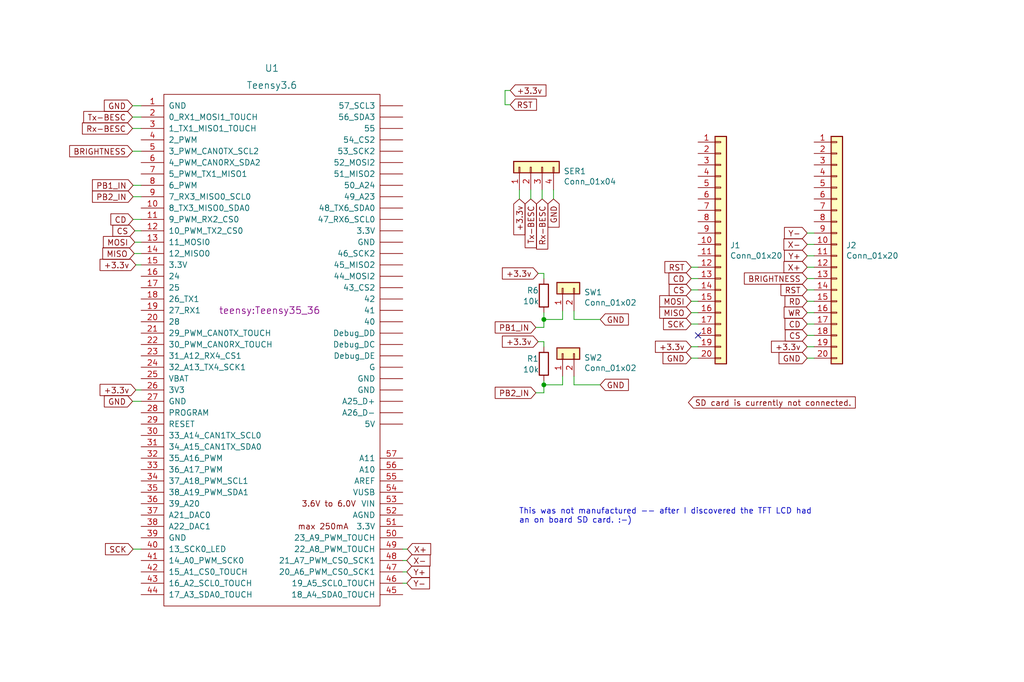
<source format=kicad_sch>
(kicad_sch (version 20211123) (generator eeschema)
  (paper "User" 228.6 152.4)
  (lib_symbols
    (symbol "Connector_Generic:Conn_01x02" (pin_names (offset 1.016) hide)
      (property "Reference" "J" (at 0 2.54 0))
      (property "Value" "Conn_01x02" (at 0 -5.08 0))
      (symbol "Conn_01x02_1_1"
        (rectangle (start -1.27 -2.413) (end 0 -2.667) (stroke (width 0.1524)))
        (rectangle (start -1.27 0.127) (end 0 -0.127) (stroke (width 0.1524)))
        (rectangle (start -1.27 1.27) (end 1.27 -3.81) (stroke (width 0.254)) (fill (type background)))
        (pin passive line (at -5.08 0 0) (length 3.81) (name "Pin_1") (number "1"))
        (pin passive line (at -5.08 -2.54 0) (length 3.81) (name "Pin_2") (number "2"))
      )
    )
    (symbol "Connector_Generic:Conn_01x04" (pin_names (offset 1.016) hide)
      (property "Reference" "J" (at 0 5.08 0))
      (property "Value" "Conn_01x04" (at 0 -7.62 0))
      (symbol "Conn_01x04_1_1"
        (rectangle (start -1.27 -4.953) (end 0 -5.207) (stroke (width 0.1524)))
        (rectangle (start -1.27 -2.413) (end 0 -2.667) (stroke (width 0.1524)))
        (rectangle (start -1.27 0.127) (end 0 -0.127) (stroke (width 0.1524)))
        (rectangle (start -1.27 2.667) (end 0 2.413) (stroke (width 0.1524)))
        (rectangle (start -1.27 3.81) (end 1.27 -6.35) (stroke (width 0.254)) (fill (type background)))
        (pin passive line (at -5.08 2.54 0) (length 3.81) (name "Pin_1") (number "1"))
        (pin passive line (at -5.08 0 0) (length 3.81) (name "Pin_2") (number "2"))
        (pin passive line (at -5.08 -2.54 0) (length 3.81) (name "Pin_3") (number "3"))
        (pin passive line (at -5.08 -5.08 0) (length 3.81) (name "Pin_4") (number "4"))
      )
    )
    (symbol "Connector_Generic:Conn_01x20" (pin_names (offset 1.016) hide)
      (property "Reference" "J" (at 0 25.4 0))
      (property "Value" "Conn_01x20" (at 0 -27.94 0))
      (symbol "Conn_01x20_1_1"
        (rectangle (start -1.27 -25.273) (end 0 -25.527) (stroke (width 0.1524)))
        (rectangle (start -1.27 -22.733) (end 0 -22.987) (stroke (width 0.1524)))
        (rectangle (start -1.27 -20.193) (end 0 -20.447) (stroke (width 0.1524)))
        (rectangle (start -1.27 -17.653) (end 0 -17.907) (stroke (width 0.1524)))
        (rectangle (start -1.27 -15.113) (end 0 -15.367) (stroke (width 0.1524)))
        (rectangle (start -1.27 -12.573) (end 0 -12.827) (stroke (width 0.1524)))
        (rectangle (start -1.27 -10.033) (end 0 -10.287) (stroke (width 0.1524)))
        (rectangle (start -1.27 -7.493) (end 0 -7.747) (stroke (width 0.1524)))
        (rectangle (start -1.27 -4.953) (end 0 -5.207) (stroke (width 0.1524)))
        (rectangle (start -1.27 -2.413) (end 0 -2.667) (stroke (width 0.1524)))
        (rectangle (start -1.27 0.127) (end 0 -0.127) (stroke (width 0.1524)))
        (rectangle (start -1.27 2.667) (end 0 2.413) (stroke (width 0.1524)))
        (rectangle (start -1.27 5.207) (end 0 4.953) (stroke (width 0.1524)))
        (rectangle (start -1.27 7.747) (end 0 7.493) (stroke (width 0.1524)))
        (rectangle (start -1.27 10.287) (end 0 10.033) (stroke (width 0.1524)))
        (rectangle (start -1.27 12.827) (end 0 12.573) (stroke (width 0.1524)))
        (rectangle (start -1.27 15.367) (end 0 15.113) (stroke (width 0.1524)))
        (rectangle (start -1.27 17.907) (end 0 17.653) (stroke (width 0.1524)))
        (rectangle (start -1.27 20.447) (end 0 20.193) (stroke (width 0.1524)))
        (rectangle (start -1.27 22.987) (end 0 22.733) (stroke (width 0.1524)))
        (rectangle (start -1.27 24.13) (end 1.27 -26.67) (stroke (width 0.254)) (fill (type background)))
        (pin passive line (at -5.08 22.86 0) (length 3.81) (name "Pin_1") (number "1"))
        (pin passive line (at -5.08 0 0) (length 3.81) (name "Pin_10") (number "10"))
        (pin passive line (at -5.08 -2.54 0) (length 3.81) (name "Pin_11") (number "11"))
        (pin passive line (at -5.08 -5.08 0) (length 3.81) (name "Pin_12") (number "12"))
        (pin passive line (at -5.08 -7.62 0) (length 3.81) (name "Pin_13") (number "13"))
        (pin passive line (at -5.08 -10.16 0) (length 3.81) (name "Pin_14") (number "14"))
        (pin passive line (at -5.08 -12.7 0) (length 3.81) (name "Pin_15") (number "15"))
        (pin passive line (at -5.08 -15.24 0) (length 3.81) (name "Pin_16") (number "16"))
        (pin passive line (at -5.08 -17.78 0) (length 3.81) (name "Pin_17") (number "17"))
        (pin passive line (at -5.08 -20.32 0) (length 3.81) (name "Pin_18") (number "18"))
        (pin passive line (at -5.08 -22.86 0) (length 3.81) (name "Pin_19") (number "19"))
        (pin passive line (at -5.08 20.32 0) (length 3.81) (name "Pin_2") (number "2"))
        (pin passive line (at -5.08 -25.4 0) (length 3.81) (name "Pin_20") (number "20"))
        (pin passive line (at -5.08 17.78 0) (length 3.81) (name "Pin_3") (number "3"))
        (pin passive line (at -5.08 15.24 0) (length 3.81) (name "Pin_4") (number "4"))
        (pin passive line (at -5.08 12.7 0) (length 3.81) (name "Pin_5") (number "5"))
        (pin passive line (at -5.08 10.16 0) (length 3.81) (name "Pin_6") (number "6"))
        (pin passive line (at -5.08 7.62 0) (length 3.81) (name "Pin_7") (number "7"))
        (pin passive line (at -5.08 5.08 0) (length 3.81) (name "Pin_8") (number "8"))
        (pin passive line (at -5.08 2.54 0) (length 3.81) (name "Pin_9") (number "9"))
      )
    )
    (symbol "Device:R" (pin_numbers hide) (pin_names (offset 0))
      (property "Reference" "R" (at 2.032 0 90))
      (property "Value" "R" (at 0 0 90))
      (symbol "R_0_1"
        (rectangle (start -1.016 -2.54) (end 1.016 2.54) (stroke (width 0.254)))
      )
      (symbol "R_1_1"
        (pin passive line (at 0 3.81 270) (length 1.27) (name "~") (number "1"))
        (pin passive line (at 0 -3.81 90) (length 1.27) (name "~") (number "2"))
      )
    )
    (symbol "teensy:Teensy3.6" (pin_names (offset 1.016))
      (property "Reference" "U" (at 0 59.69 0))
      (property "Value" "Teensy3.6" (at 0 -59.69 0))
      (symbol "Teensy3.6_0_0"
        (rectangle (start -24.13 57.15) (end 24.13 -57.15))
        (text "3.6V to 6.0V" (at 12.7 -34.29 0) (effects (font (size 1.27 1.27))))
        (text "max 250mA" (at 11.43 -39.37 0) (effects (font (size 1.27 1.27))))
      )
      (symbol "Teensy3.6_1_1"
        (pin power_in line (at -29.21 54.61 0) (length 5.08) (name "GND") (number "1"))
        (pin bidirectional line (at -29.21 31.75 0) (length 5.08) (name "8_TX3_MISO0_SDA0") (number "10"))
        (pin bidirectional line (at -29.21 29.21 0) (length 5.08) (name "9_PWM_RX2_CS0") (number "11"))
        (pin bidirectional line (at -29.21 26.67 0) (length 5.08) (name "10_PWM_TX2_CS0") (number "12"))
        (pin bidirectional line (at -29.21 24.13 0) (length 5.08) (name "11_MOSI0") (number "13"))
        (pin bidirectional line (at -29.21 21.59 0) (length 5.08) (name "12_MISO0") (number "14"))
        (pin power_in line (at -29.21 19.05 0) (length 5.08) (name "3.3V") (number "15"))
        (pin bidirectional line (at -29.21 16.51 0) (length 5.08) (name "24") (number "16"))
        (pin bidirectional line (at -29.21 13.97 0) (length 5.08) (name "25") (number "17"))
        (pin bidirectional line (at -29.21 11.43 0) (length 5.08) (name "26_TX1") (number "18"))
        (pin bidirectional line (at -29.21 8.89 0) (length 5.08) (name "27_RX1") (number "19"))
        (pin bidirectional line (at -29.21 52.07 0) (length 5.08) (name "0_RX1_MOSI1_TOUCH") (number "2"))
        (pin bidirectional line (at -29.21 6.35 0) (length 5.08) (name "28") (number "20"))
        (pin bidirectional line (at -29.21 3.81 0) (length 5.08) (name "29_PWM_CAN0TX_TOUCH") (number "21"))
        (pin bidirectional line (at -29.21 1.27 0) (length 5.08) (name "30_PWM_CAN0RX_TOUCH") (number "22"))
        (pin bidirectional line (at -29.21 -1.27 0) (length 5.08) (name "31_A12_RX4_CS1") (number "23"))
        (pin bidirectional line (at -29.21 -3.81 0) (length 5.08) (name "32_A13_TX4_SCK1") (number "24"))
        (pin power_in line (at -29.21 -6.35 0) (length 5.08) (name "VBAT") (number "25"))
        (pin power_in line (at -29.21 -8.89 0) (length 5.08) (name "3V3") (number "26"))
        (pin power_in line (at -29.21 -11.43 0) (length 5.08) (name "GND") (number "27"))
        (pin input line (at -29.21 -13.97 0) (length 5.08) (name "PROGRAM") (number "28"))
        (pin input line (at -29.21 -16.51 0) (length 5.08) (name "RESET") (number "29"))
        (pin bidirectional line (at -29.21 49.53 0) (length 5.08) (name "1_TX1_MISO1_TOUCH") (number "3"))
        (pin bidirectional line (at -29.21 -19.05 0) (length 5.08) (name "33_A14_CAN1TX_SCL0") (number "30"))
        (pin bidirectional line (at -29.21 -21.59 0) (length 5.08) (name "34_A15_CAN1TX_SDA0") (number "31"))
        (pin bidirectional line (at -29.21 -24.13 0) (length 5.08) (name "35_A16_PWM") (number "32"))
        (pin bidirectional line (at -29.21 -26.67 0) (length 5.08) (name "36_A17_PWM") (number "33"))
        (pin bidirectional line (at -29.21 -29.21 0) (length 5.08) (name "37_A18_PWM_SCL1") (number "34"))
        (pin bidirectional line (at -29.21 -31.75 0) (length 5.08) (name "38_A19_PWM_SDA1") (number "35"))
        (pin bidirectional line (at -29.21 -34.29 0) (length 5.08) (name "39_A20") (number "36"))
        (pin bidirectional line (at -29.21 -36.83 0) (length 5.08) (name "A21_DAC0") (number "37"))
        (pin bidirectional line (at -29.21 -39.37 0) (length 5.08) (name "A22_DAC1") (number "38"))
        (pin power_in line (at -29.21 -41.91 0) (length 5.08) (name "GND") (number "39"))
        (pin bidirectional line (at -29.21 46.99 0) (length 5.08) (name "2_PWM") (number "4"))
        (pin bidirectional line (at -29.21 -44.45 0) (length 5.08) (name "13_SCK0_LED") (number "40"))
        (pin bidirectional line (at -29.21 -46.99 0) (length 5.08) (name "14_A0_PWM_SCK0") (number "41"))
        (pin bidirectional line (at -29.21 -49.53 0) (length 5.08) (name "15_A1_CS0_TOUCH") (number "42"))
        (pin bidirectional line (at -29.21 -52.07 0) (length 5.08) (name "16_A2_SCL0_TOUCH") (number "43"))
        (pin bidirectional line (at -29.21 -54.61 0) (length 5.08) (name "17_A3_SDA0_TOUCH") (number "44"))
        (pin bidirectional line (at 29.21 -54.61 180) (length 5.08) (name "18_A4_SDA0_TOUCH") (number "45"))
        (pin bidirectional line (at 29.21 -52.07 180) (length 5.08) (name "19_A5_SCL0_TOUCH") (number "46"))
        (pin bidirectional line (at 29.21 -49.53 180) (length 5.08) (name "20_A6_PWM_CS0_SCK1") (number "47"))
        (pin bidirectional line (at 29.21 -46.99 180) (length 5.08) (name "21_A7_PWM_CS0_SCK1") (number "48"))
        (pin bidirectional line (at 29.21 -44.45 180) (length 5.08) (name "22_A8_PWM_TOUCH") (number "49"))
        (pin bidirectional line (at -29.21 44.45 0) (length 5.08) (name "3_PWM_CAN0TX_SCL2") (number "5"))
        (pin bidirectional line (at 29.21 -41.91 180) (length 5.08) (name "23_A9_PWM_TOUCH") (number "50"))
        (pin power_out line (at 29.21 -39.37 180) (length 5.08) (name "3.3V") (number "51"))
        (pin power_out line (at 29.21 -36.83 180) (length 5.08) (name "AGND") (number "52"))
        (pin power_in line (at 29.21 -34.29 180) (length 5.08) (name "VIN") (number "53"))
        (pin power_in line (at 29.21 -31.75 180) (length 5.08) (name "VUSB") (number "54"))
        (pin input line (at 29.21 -29.21 180) (length 5.08) (name "AREF") (number "55"))
        (pin bidirectional line (at 29.21 -26.67 180) (length 5.08) (name "A10") (number "56"))
        (pin bidirectional line (at 29.21 -24.13 180) (length 5.08) (name "A11") (number "57"))
        (pin bidirectional line (at -29.21 41.91 0) (length 5.08) (name "4_PWM_CAN0RX_SDA2") (number "6"))
        (pin bidirectional line (at -29.21 39.37 0) (length 5.08) (name "5_PWM_TX1_MISO1") (number "7"))
        (pin bidirectional line (at -29.21 36.83 0) (length 5.08) (name "6_PWM") (number "8"))
        (pin bidirectional line (at -29.21 34.29 0) (length 5.08) (name "7_RX3_MISO0_SCL0") (number "9"))
        (pin power_in line (at 29.21 26.67 180) (length 5.08) (name "3.3V") (number "~"))
        (pin bidirectional line (at 29.21 6.35 180) (length 5.08) (name "40") (number "~"))
        (pin bidirectional line (at 29.21 8.89 180) (length 5.08) (name "41") (number "~"))
        (pin bidirectional line (at 29.21 11.43 180) (length 5.08) (name "42") (number "~"))
        (pin bidirectional line (at 29.21 13.97 180) (length 5.08) (name "43_CS2") (number "~"))
        (pin bidirectional line (at 29.21 16.51 180) (length 5.08) (name "44_MOSI2") (number "~"))
        (pin bidirectional line (at 29.21 19.05 180) (length 5.08) (name "45_MISO2") (number "~"))
        (pin bidirectional line (at 29.21 21.59 180) (length 5.08) (name "46_SCK2") (number "~"))
        (pin bidirectional line (at 29.21 29.21 180) (length 5.08) (name "47_RX6_SCL0") (number "~"))
        (pin bidirectional line (at 29.21 31.75 180) (length 5.08) (name "48_TX6_SDA0") (number "~"))
        (pin bidirectional line (at 29.21 34.29 180) (length 5.08) (name "49_A23") (number "~"))
        (pin bidirectional line (at 29.21 36.83 180) (length 5.08) (name "50_A24") (number "~"))
        (pin bidirectional line (at 29.21 39.37 180) (length 5.08) (name "51_MISO2") (number "~"))
        (pin bidirectional line (at 29.21 41.91 180) (length 5.08) (name "52_MOSI2") (number "~"))
        (pin bidirectional line (at 29.21 44.45 180) (length 5.08) (name "53_SCK2") (number "~"))
        (pin bidirectional line (at 29.21 46.99 180) (length 5.08) (name "54_CS2") (number "~"))
        (pin bidirectional line (at 29.21 49.53 180) (length 5.08) (name "55") (number "~"))
        (pin bidirectional line (at 29.21 52.07 180) (length 5.08) (name "56_SDA3") (number "~"))
        (pin bidirectional line (at 29.21 54.61 180) (length 5.08) (name "57_SCL3") (number "~"))
        (pin power_in line (at 29.21 -16.51 180) (length 5.08) (name "5V") (number "~"))
        (pin bidirectional line (at 29.21 -11.43 180) (length 5.08) (name "A25_D+") (number "~"))
        (pin bidirectional line (at 29.21 -13.97 180) (length 5.08) (name "A26_D-") (number "~"))
        (pin input line (at 29.21 1.27 180) (length 5.08) (name "Debug_DC") (number "~"))
        (pin input line (at 29.21 3.81 180) (length 5.08) (name "Debug_DD") (number "~"))
        (pin input line (at 29.21 -1.27 180) (length 5.08) (name "Debug_DE") (number "~"))
        (pin power_in line (at 29.21 -3.81 180) (length 5.08) (name "G") (number "~"))
        (pin power_in line (at 29.21 -8.89 180) (length 5.08) (name "GND") (number "~"))
        (pin power_in line (at 29.21 -6.35 180) (length 5.08) (name "GND") (number "~"))
        (pin power_in line (at 29.21 24.13 180) (length 5.08) (name "GND") (number "~"))
      )
    )
  )
  (junction (at 121.412 85.979))
  (junction (at 121.412 71.374))
  (no_connect (at 155.829 74.93))
  (wire (pts (xy 89.916 130.302) (xy 90.805 130.302)))
  (wire (pts (xy 121.412 85.979) (xy 125.603 85.979)))
  (wire (pts (xy 154.305 72.39) (xy 155.829 72.39)))
  (wire (pts (xy 180.213 57.15) (xy 181.737 57.15)))
  (wire (pts (xy 121.412 76.327) (xy 120.142 76.327)))
  (wire (pts (xy 112.7506 23.3934) (xy 112.7506 20.2184)))
  (wire (pts (xy 180.213 67.31) (xy 181.737 67.31)))
  (wire (pts (xy 29.718 49.022) (xy 31.496 49.022)))
  (wire (pts (xy 180.213 72.39) (xy 181.737 72.39)))
  (wire (pts (xy 30.3276 87.122) (xy 31.496 87.122)))
  (wire (pts (xy 154.305 64.77) (xy 155.829 64.77)))
  (wire (pts (xy 154.305 59.69) (xy 155.829 59.69)))
  (wire (pts (xy 30.099 51.562) (xy 31.496 51.562)))
  (wire (pts (xy 123.571 44.45) (xy 123.571 42.418)))
  (wire (pts (xy 121.412 85.979) (xy 121.412 85.09)))
  (wire (pts (xy 112.7506 20.2184) (xy 113.8936 20.2184)))
  (wire (pts (xy 180.213 64.77) (xy 181.737 64.77)))
  (wire (pts (xy 121.031 44.45) (xy 121.031 42.418)))
  (wire (pts (xy 90.805 125.222) (xy 89.916 125.222)))
  (wire (pts (xy 128.143 71.374) (xy 133.985 71.374)))
  (wire (pts (xy 181.737 62.23) (xy 180.213 62.23)))
  (wire (pts (xy 31.496 28.702) (xy 29.591 28.702)))
  (wire (pts (xy 154.305 80.01) (xy 155.829 80.01)))
  (wire (pts (xy 180.213 74.93) (xy 181.737 74.93)))
  (wire (pts (xy 154.305 77.47) (xy 155.829 77.47)))
  (wire (pts (xy 119.634 73.152) (xy 121.412 73.152)))
  (wire (pts (xy 125.603 71.374) (xy 125.603 69.469)))
  (wire (pts (xy 180.213 59.69) (xy 181.737 59.69)))
  (wire (pts (xy 29.718 41.402) (xy 31.496 41.402)))
  (wire (pts (xy 121.412 62.23) (xy 121.412 61.087)))
  (wire (pts (xy 121.412 71.374) (xy 125.603 71.374)))
  (wire (pts (xy 31.496 89.662) (xy 29.591 89.662)))
  (wire (pts (xy 118.491 44.45) (xy 118.491 42.418)))
  (wire (pts (xy 119.634 87.757) (xy 121.412 87.757)))
  (wire (pts (xy 89.916 122.682) (xy 90.932 122.682)))
  (wire (pts (xy 154.305 69.85) (xy 155.829 69.85)))
  (wire (pts (xy 121.412 71.374) (xy 121.412 69.85)))
  (wire (pts (xy 113.8936 23.3934) (xy 112.7506 23.3934)))
  (wire (pts (xy 180.213 77.47) (xy 181.737 77.47)))
  (wire (pts (xy 128.143 85.979) (xy 133.985 85.979)))
  (wire (pts (xy 180.213 80.01) (xy 181.737 80.01)))
  (wire (pts (xy 90.805 127.762) (xy 89.916 127.762)))
  (wire (pts (xy 121.412 61.087) (xy 120.142 61.087)))
  (wire (pts (xy 121.412 87.757) (xy 121.412 85.979)))
  (wire (pts (xy 29.972 56.642) (xy 31.496 56.642)))
  (wire (pts (xy 31.496 33.782) (xy 29.591 33.782)))
  (wire (pts (xy 154.305 67.31) (xy 155.829 67.31)))
  (wire (pts (xy 31.496 23.622) (xy 29.591 23.622)))
  (wire (pts (xy 115.951 44.45) (xy 115.951 42.418)))
  (wire (pts (xy 180.213 69.85) (xy 181.737 69.85)))
  (wire (pts (xy 121.412 77.47) (xy 121.412 76.327)))
  (wire (pts (xy 29.718 43.942) (xy 31.496 43.942)))
  (wire (pts (xy 125.603 85.979) (xy 125.603 84.074)))
  (wire (pts (xy 180.213 52.07) (xy 181.737 52.07)))
  (wire (pts (xy 31.496 122.682) (xy 29.718 122.682)))
  (wire (pts (xy 121.412 73.152) (xy 121.412 71.374)))
  (wire (pts (xy 30.3276 59.182) (xy 31.496 59.182)))
  (wire (pts (xy 128.143 84.074) (xy 128.143 85.979)))
  (wire (pts (xy 30.099 54.102) (xy 31.496 54.102)))
  (wire (pts (xy 180.213 54.61) (xy 181.737 54.61)))
  (wire (pts (xy 128.143 69.469) (xy 128.143 71.374)))
  (wire (pts (xy 31.496 26.162) (xy 29.591 26.162)))
  (wire (pts (xy 154.305 62.23) (xy 155.829 62.23)))
  (text "This was not manufactured -- after I discovered the TFT LCD had\nan on board SD card. :-) " (at 115.824 117.094 0) (effects (font (size 1.27 1.27)) (justify left bottom)))
  (global_label "RD" (shape input) (at 180.213 67.31 180) (property "Intersheet References" "${INTERSHEET_REFS}" (effects hide)))
  (global_label "+3.3v" (shape input) (at 120.142 61.087 180) (property "Intersheet References" "${INTERSHEET_REFS}" (effects hide)))
  (global_label "CD" (shape input) (at 154.305 62.23 180) (property "Intersheet References" "${INTERSHEET_REFS}" (effects hide)))
  (global_label "CD" (shape input) (at 180.213 72.39 180) (property "Intersheet References" "${INTERSHEET_REFS}" (effects hide)))
  (global_label "CS" (shape input) (at 154.305 64.77 180) (property "Intersheet References" "${INTERSHEET_REFS}" (effects hide)))
  (global_label "SD card is currently not connected." (shape input) (at 153.67 89.916 0) (property "Intersheet References" "${INTERSHEET_REFS}" (effects hide)))
  (global_label "Y-" (shape input) (at 90.805 130.302 0) (property "Intersheet References" "${INTERSHEET_REFS}" (effects hide)))
  (global_label "Y+" (shape input) (at 90.805 127.762 0) (property "Intersheet References" "${INTERSHEET_REFS}" (effects hide)))
  (global_label "+3.3v" (shape input) (at 30.3276 87.122 180) (property "Intersheet References" "${INTERSHEET_REFS}" (effects hide)))
  (global_label "RST" (shape input) (at 154.305 59.69 180) (property "Intersheet References" "${INTERSHEET_REFS}" (effects hide)))
  (global_label "+3.3v" (shape input) (at 113.8936 20.2184 0) (property "Intersheet References" "${INTERSHEET_REFS}" (effects hide)))
  (global_label "X+" (shape input) (at 90.932 122.682 0) (property "Intersheet References" "${INTERSHEET_REFS}" (effects hide)))
  (global_label "SCK" (shape input) (at 29.718 122.682 180) (property "Intersheet References" "${INTERSHEET_REFS}" (effects hide)))
  (global_label "GND" (shape input) (at 123.571 44.45 270) (property "Intersheet References" "${INTERSHEET_REFS}" (effects hide)))
  (global_label "GND" (shape input) (at 154.305 80.01 180) (property "Intersheet References" "${INTERSHEET_REFS}" (effects hide)))
  (global_label "Tx-BESC" (shape input) (at 29.591 26.162 180) (property "Intersheet References" "${INTERSHEET_REFS}" (effects hide)))
  (global_label "RST" (shape input) (at 113.8936 23.3934 0) (property "Intersheet References" "${INTERSHEET_REFS}" (effects hide)))
  (global_label "GND" (shape input) (at 29.591 89.662 180) (property "Intersheet References" "${INTERSHEET_REFS}" (effects hide)))
  (global_label "CS" (shape input) (at 30.099 51.562 180) (property "Intersheet References" "${INTERSHEET_REFS}" (effects hide)))
  (global_label "+3.3v" (shape input) (at 120.142 76.327 180) (property "Intersheet References" "${INTERSHEET_REFS}" (effects hide)))
  (global_label "Rx-BESC" (shape input) (at 121.031 44.45 270) (property "Intersheet References" "${INTERSHEET_REFS}" (effects hide)))
  (global_label "Y-" (shape input) (at 180.213 52.07 180) (property "Intersheet References" "${INTERSHEET_REFS}" (effects hide)))
  (global_label "+3.3v" (shape input) (at 30.3276 59.182 180) (property "Intersheet References" "${INTERSHEET_REFS}" (effects hide)))
  (global_label "X-" (shape input) (at 180.213 54.61 180) (property "Intersheet References" "${INTERSHEET_REFS}" (effects hide)))
  (global_label "Y+" (shape input) (at 180.213 57.15 180) (property "Intersheet References" "${INTERSHEET_REFS}" (effects hide)))
  (global_label "PB2_IN" (shape input) (at 29.718 43.942 180) (property "Intersheet References" "${INTERSHEET_REFS}" (effects hide)))
  (global_label "CS" (shape input) (at 180.213 74.93 180) (property "Intersheet References" "${INTERSHEET_REFS}" (effects hide)))
  (global_label "GND" (shape input) (at 133.985 85.979 0) (property "Intersheet References" "${INTERSHEET_REFS}" (effects hide)))
  (global_label "MOSI" (shape input) (at 154.305 67.31 180) (property "Intersheet References" "${INTERSHEET_REFS}" (effects hide)))
  (global_label "BRIGHTNESS" (shape input) (at 180.213 62.23 180) (property "Intersheet References" "${INTERSHEET_REFS}" (effects hide)))
  (global_label "+3.3v" (shape input) (at 115.951 44.45 270) (property "Intersheet References" "${INTERSHEET_REFS}" (effects hide)))
  (global_label "RST" (shape input) (at 180.213 64.77 180) (property "Intersheet References" "${INTERSHEET_REFS}" (effects hide)))
  (global_label "BRIGHTNESS" (shape input) (at 29.591 33.782 180) (property "Intersheet References" "${INTERSHEET_REFS}" (effects hide)))
  (global_label "+3.3v" (shape input) (at 180.213 77.47 180) (property "Intersheet References" "${INTERSHEET_REFS}" (effects hide)))
  (global_label "GND" (shape input) (at 133.985 71.374 0) (property "Intersheet References" "${INTERSHEET_REFS}" (effects hide)))
  (global_label "CD" (shape input) (at 29.718 49.022 180) (property "Intersheet References" "${INTERSHEET_REFS}" (effects hide)))
  (global_label "X-" (shape input) (at 90.805 125.222 0) (property "Intersheet References" "${INTERSHEET_REFS}" (effects hide)))
  (global_label "Tx-BESC" (shape input) (at 118.491 44.45 270) (property "Intersheet References" "${INTERSHEET_REFS}" (effects hide)))
  (global_label "GND" (shape input) (at 180.213 80.01 180) (property "Intersheet References" "${INTERSHEET_REFS}" (effects hide)))
  (global_label "X+" (shape input) (at 180.213 59.69 180) (property "Intersheet References" "${INTERSHEET_REFS}" (effects hide)))
  (global_label "MISO" (shape input) (at 29.972 56.642 180) (property "Intersheet References" "${INTERSHEET_REFS}" (effects hide)))
  (global_label "MISO" (shape input) (at 154.305 69.85 180) (property "Intersheet References" "${INTERSHEET_REFS}" (effects hide)))
  (global_label "PB2_IN" (shape input) (at 119.634 87.757 180) (property "Intersheet References" "${INTERSHEET_REFS}" (effects hide)))
  (global_label "PB1_IN" (shape input) (at 29.718 41.402 180) (property "Intersheet References" "${INTERSHEET_REFS}" (effects hide)))
  (global_label "PB1_IN" (shape input) (at 119.634 73.152 180) (property "Intersheet References" "${INTERSHEET_REFS}" (effects hide)))
  (global_label "+3.3v" (shape input) (at 154.305 77.47 180) (property "Intersheet References" "${INTERSHEET_REFS}" (effects hide)))
  (global_label "MOSI" (shape input) (at 30.099 54.102 180) (property "Intersheet References" "${INTERSHEET_REFS}" (effects hide)))
  (global_label "GND" (shape input) (at 29.591 23.622 180) (property "Intersheet References" "${INTERSHEET_REFS}" (effects hide)))
  (global_label "WR" (shape input) (at 180.213 69.85 180) (property "Intersheet References" "${INTERSHEET_REFS}" (effects hide)))
  (global_label "SCK" (shape input) (at 154.305 72.39 180) (property "Intersheet References" "${INTERSHEET_REFS}" (effects hide)))
  (global_label "Rx-BESC" (shape input) (at 29.591 28.702 180) (property "Intersheet References" "${INTERSHEET_REFS}" (effects hide)))
  (symbol (lib_id "Device:R") (at 121.412 66.04 0) (unit 1)
    (property "Reference" "R6" (at 117.602 64.897 0) (effects (justify left)))
    (property "Value" "10k" (at 116.713 67.31 0) (effects (justify left)))
    (property "Footprint" "Resistor_SMD:R_0805_2012Metric" (effects hide))
    (property "Datasheet" "https://www.mouser.com/ProductDetail/ROHM-Semiconductor/ESR10EZPF5102?qs=DyUWGjl%252BcVsMTSBF51O24w%3D%3D" (effects hide))
    (property "P/N" "755-ESR10EZPF5102" (effects hide))
    (property "Group#" "11" (effects hide))
  )
  (symbol (lib_id "Connector_Generic:Conn_01x04") (at 118.491 37.338 90) (unit 1)
    (property "Reference" "SER1" (at 125.8062 38.2524 90) (effects (justify right)))
    (property "Value" "Conn_01x04" (at 125.8062 40.5638 90) (effects (justify right)))
    (property "Footprint" "Connector_PinHeader_2.54mm:PinHeader_1x04_P2.54mm_Vertical" (effects hide))
  )
  (symbol (lib_id "Connector_Generic:Conn_01x02") (at 125.603 64.389 90) (unit 1)
    (property "Reference" "SW1" (at 130.3782 65.3034 90) (effects (justify right)))
    (property "Value" "Conn_01x02" (at 130.3782 67.6148 90) (effects (justify right)))
    (property "Footprint" "Connector_PinHeader_2.54mm:PinHeader_1x02_P2.54mm_Vertical" (effects hide))
  )
  (symbol (lib_id "Connector_Generic:Conn_01x20") (at 160.909 54.61 0) (unit 1)
    (property "Reference" "J1" (at 162.941 54.8132 0) (effects (justify left)))
    (property "Value" "Conn_01x20" (at 162.941 57.1246 0) (effects (justify left)))
    (property "Footprint" "Connector_PinHeader_2.54mm:PinHeader_1x20_P2.54mm_Vertical" (effects hide))
  )
  (symbol (lib_id "Connector_Generic:Conn_01x20") (at 186.817 54.61 0) (unit 1)
    (property "Reference" "J2" (at 188.849 54.8132 0) (effects (justify left)))
    (property "Value" "Conn_01x20" (at 188.849 57.1246 0) (effects (justify left)))
    (property "Footprint" "Connector_PinHeader_2.54mm:PinHeader_1x20_P2.54mm_Vertical" (effects hide))
  )
  (symbol (lib_id "Device:R") (at 121.412 81.28 0) (unit 1)
    (property "Reference" "R1" (at 117.602 80.137 0) (effects (justify left)))
    (property "Value" "10k" (at 116.713 82.55 0) (effects (justify left)))
    (property "Footprint" "Resistor_SMD:R_0805_2012Metric" (effects hide))
    (property "Datasheet" "https://www.mouser.com/ProductDetail/ROHM-Semiconductor/ESR10EZPF5102?qs=DyUWGjl%252BcVsMTSBF51O24w%3D%3D" (effects hide))
    (property "P/N" "755-ESR10EZPF5102" (effects hide))
    (property "Group#" "11" (effects hide))
  )
  (symbol (lib_id "Connector_Generic:Conn_01x02") (at 125.603 78.994 90) (unit 1)
    (property "Reference" "SW2" (at 130.3782 79.9084 90) (effects (justify right)))
    (property "Value" "Conn_01x02" (at 130.3782 82.2198 90) (effects (justify right)))
    (property "Footprint" "Connector_PinHeader_2.54mm:PinHeader_1x02_P2.54mm_Vertical" (effects hide))
  )
  (symbol (lib_id "teensy:Teensy3.6") (at 60.706 78.232 0) (unit 1)
    (property "Reference" "U1" (at 60.706 15.24 0) (effects (font (size 1.524 1.524))))
    (property "Value" "Teensy3.6" (at 60.706 19.05 0) (effects (font (size 1.524 1.524))))
    (property "Footprint" "teensy:Teensy35_36" (at 60.198 69.342 0) (effects (font (size 1.524 1.524))))
  )
)
</source>
